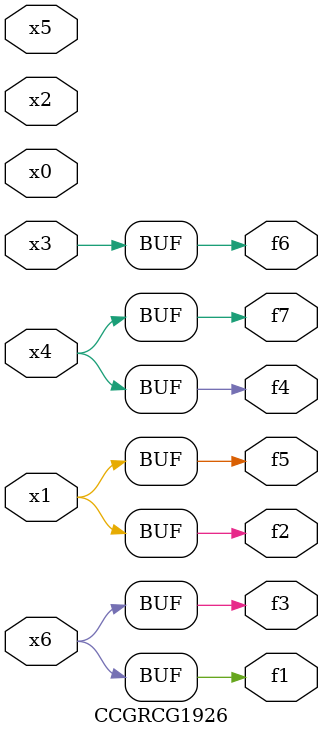
<source format=v>
module CCGRCG1926(
	input x0, x1, x2, x3, x4, x5, x6,
	output f1, f2, f3, f4, f5, f6, f7
);
	assign f1 = x6;
	assign f2 = x1;
	assign f3 = x6;
	assign f4 = x4;
	assign f5 = x1;
	assign f6 = x3;
	assign f7 = x4;
endmodule

</source>
